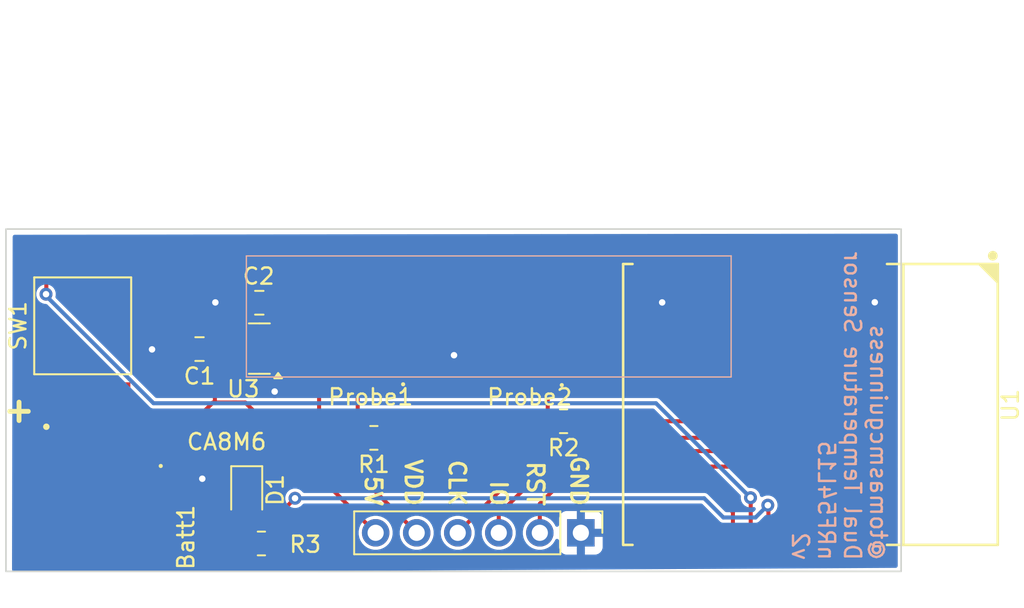
<source format=kicad_pcb>
(kicad_pcb (version 20241229) (generator "pcbnew") (generator_version "9.0")
  (title_block (title "Matter nRF54L15 Dual Temperature Sensor") (rev "2") (company "Cold Bear Ltd") (comment 4 "AISLER Project ID: CJCXXZRD"))
  (layers (0 "F.Cu" signal) (2 "B.Cu" signal) (13 "F.Paste" user) (15 "B.Paste" user) (5 "F.SilkS" user "F.Silkscreen") (7 "B.SilkS" user "B.Silkscreen") (1 "F.Mask" user) (3 "B.Mask" user) (25 "Edge.Cuts" user))
  (net 0 "")
  (net 1 "GND")
  (net 18 "Net-(D1-A)")
  (net 19 "Net-(Probe1-Pin_2)")
  (net 20 "Net-(U1-P1.09)")
  (net 21 "Net-(U1-P1.10)")
  (net 22 "Net-(U1-P2.10)")
  (net 23 "Net-(Batt1-Pin_1)")
  (net 24 "Net-(J2-Pin_2)")
  (net 25 "Net-(J2-Pin_4)")
  (net 26 "Net-(J2-Pin_5)")
  (net 27 "Net-(J2-Pin_3)")
  (net 29 "Net-(U1-P2.09)")
  (net 31 "Net-(Probe2-Pin_1)")
  (footprint "S2B-PH-SM4-TB:JST_S2B-PH-SM4-TB" (layer "F.Cu") (at 71.55 63.44)
    (property "Reference" "Probe2" (at -0.09 2.34 0) (layer "F.SilkS") (effects (font (size 1.001386 1.001386))))
    (property "Value" "Conn_01x02")
    (fp_circle (center 1.9 1.6) (end 2.027 1.6) (fill yes) (layer "F.SilkS"))
    (pad "1" smd rect (at 1 0) (size 1 3.5) (layers "F.Cu" "F.Mask" "F.Paste") (net 31 "Net-(Probe2-Pin_1)"))
    (pad "2" smd rect (at -1 0) (size 1 3.5) (layers "F.Cu" "F.Mask" "F.Paste") (net 1 "GND"))
    (pad "P1" smd rect (at 3.35 -5.75) (size 1.5 3.4) (layers "F.Cu" "F.Mask" "F.Paste"))
    (pad "P2" smd rect (at -3.35 -5.75) (size 1.5 3.4) (layers "F.Cu" "F.Mask" "F.Paste"))
  )
  (footprint "ME54BS01-1Y15TI:ME54BS01_V1.0" (layer "F.Cu") (at 85.69 66.34 -90)
    (property "Reference" "U1" (at -0.05497 -15.524 90) (layer "F.SilkS"))
    (property "Value" "ME54BS01_V1.0")
    (fp_line (start -8.8 8.444) (end 8.599 8.444) (stroke (width 0.16)) (layer "F.SilkS"))
    (fp_line (start -8.8 8.444) (end -8.8 7.862) (stroke (width 0.16)) (layer "F.SilkS"))
    (fp_line (start 8.599 8.434) (end 8.599 7.862) (stroke (width 0.16)) (layer "F.SilkS"))
    (fp_line (start -8.8 -7.886) (end -8.8 -14.744) (stroke (width 0.16)) (layer "F.SilkS"))
    (fp_line (start 8.599 -7.886) (end 8.599 -14.744) (stroke (width 0.16)) (layer "F.SilkS"))
    (fp_line (start -8.8 -8.902) (end 8.599 -8.902) (stroke (width 0.16)) (layer "F.SilkS"))
    (fp_line (start -8.8 -14.744) (end 8.599 -14.744) (stroke (width 0.16)) (layer "F.SilkS"))
    (fp_circle (center -9.30994 -14.434) (end -9.30994 -14.584) (stroke (width 0.3)) (fill no) (layer "F.SilkS"))
    (fp_poly (pts (xy -8.80497 -13.99897) (xy -8.80497 -14.77902) (xy -8.76996 -14.77902) (xy -8.74496 -14.77897) (xy -7.50498 -14.77897) (xy -8.80486 -13.47908)) (fill yes) (layer "F.SilkS"))
    (pad "1" smd oval (at -8.6 -7.124 270) (size 1.8 0.8) (layers "F.Cu" "F.Mask" "F.Paste") (net 1 "GND"))
    (pad "2" smd oval (at -8.6 -6.028 270) (size 1.8 0.8) (layers "F.Cu" "F.Mask" "F.Paste") (net 20 "Net-(U1-P1.09)"))
    (pad "3" smd oval (at -8.6 -4.932 270) (size 1.8 0.8) (layers "F.Cu" "F.Mask" "F.Paste") (net 21 "Net-(U1-P1.10)"))
    (pad "4" smd oval (at -8.6 -3.836 270) (size 1.8 0.8) (layers "F.Cu" "F.Mask" "F.Paste") (net 31 "Net-(Probe2-Pin_1)"))
    (pad "5" smd oval (at -8.6 -2.74 270) (size 1.8 0.8) (layers "F.Cu" "F.Mask" "F.Paste") (net 19 "Net-(Probe1-Pin_2)"))
    (pad "6" smd oval (at -8.6 -1.644 270) (size 1.8 0.8) (layers "F.Cu" "F.Mask" "F.Paste"))
    (pad "7" smd oval (at -8.6 -0.548 270) (size 1.8 0.8) (layers "F.Cu" "F.Mask" "F.Paste"))
    (pad "8" smd oval (at -8.6 0.548 270) (size 1.8 0.8) (layers "F.Cu" "F.Mask" "F.Paste"))
    (pad "9" smd oval (at -8.6 1.644 270) (size 1.8 0.8) (layers "F.Cu" "F.Mask" "F.Paste"))
    (pad "10" smd oval (at -8.6 2.74 270) (size 1.8 0.8) (layers "F.Cu" "F.Mask" "F.Paste"))
    (pad "11" smd oval (at -8.6 3.836 270) (size 1.8 0.8) (layers "F.Cu" "F.Mask" "F.Paste"))
    (pad "12" smd oval (at -8.6 4.932 270) (size 1.8 0.8) (layers "F.Cu" "F.Mask" "F.Paste"))
    (pad "13" smd oval (at -8.6 6.028 270) (size 1.8 0.8) (layers "F.Cu" "F.Mask" "F.Paste") (net 1 "GND"))
    (pad "14" smd oval (at -8.6 7.124 270) (size 1.8 0.8) (layers "F.Cu" "F.Mask" "F.Paste") (net 26 "Net-(J2-Pin_5)"))
    (pad "15" smd oval (at 8.6 7.124 270) (size 1.8 0.8) (layers "F.Cu" "F.Mask" "F.Paste"))
    (pad "16" smd oval (at 8.6 6.028 270) (size 1.8 0.8) (layers "F.Cu" "F.Mask" "F.Paste"))
    (pad "17" smd oval (at 8.6 4.932 270) (size 1.8 0.8) (layers "F.Cu" "F.Mask" "F.Paste"))
    (pad "18" smd oval (at 8.6 3.836 270) (size 1.8 0.8) (layers "F.Cu" "F.Mask" "F.Paste"))
    (pad "19" smd oval (at 8.6 2.74 270) (size 1.8 0.8) (layers "F.Cu" "F.Mask" "F.Paste"))
    (pad "20" smd oval (at 8.6 1.644 270) (size 1.8 0.8) (layers "F.Cu" "F.Mask" "F.Paste") (net 24 "Net-(J2-Pin_2)"))
    (pad "21" smd oval (at 8.6 0.548 270) (size 1.8 0.8) (layers "F.Cu" "F.Mask" "F.Paste") (net 29 "Net-(U1-P2.09)"))
    (pad "22" smd oval (at 8.6 -0.548 270) (size 1.8 0.8) (layers "F.Cu" "F.Mask" "F.Paste") (net 22 "Net-(U1-P2.10)"))
    (pad "23" smd oval (at 8.6 -1.644 270) (size 1.8 0.8) (layers "F.Cu" "F.Mask" "F.Paste"))
    (pad "24" smd oval (at 8.6 -2.74 270) (size 1.8 0.8) (layers "F.Cu" "F.Mask" "F.Paste"))
    (pad "25" smd oval (at 8.6 -3.836 270) (size 1.8 0.8) (layers "F.Cu" "F.Mask" "F.Paste") (net 27 "Net-(J2-Pin_3)"))
    (pad "26" smd oval (at 8.6 -4.932 270) (size 1.8 0.8) (layers "F.Cu" "F.Mask" "F.Paste") (net 25 "Net-(J2-Pin_4)"))
    (pad "27" smd oval (at 8.6 -6.028 270) (size 1.8 0.8) (layers "F.Cu" "F.Mask" "F.Paste"))
    (pad "28" smd oval (at 8.6 -7.124 270) (size 1.8 0.8) (layers "F.Cu" "F.Mask" "F.Paste"))
  )
  (footprint "S2B-PH-SM4-TB:JST_S2B-PH-SM4-TB" (layer "F.Cu") (at 61.73 63.39)
    (property "Reference" "Probe1" (at -0.11 2.39 0) (layer "F.SilkS") (effects (font (size 1.001386 1.001386))))
    (property "Value" "Conn_01x02")
    (fp_circle (center 1.9 1.6) (end 2.027 1.6) (fill yes) (layer "F.SilkS"))
    (pad "1" smd rect (at 1 0) (size 1 3.5) (layers "F.Cu" "F.Mask" "F.Paste") (net 1 "GND"))
    (pad "2" smd rect (at -1 0) (size 1 3.5) (layers "F.Cu" "F.Mask" "F.Paste") (net 19 "Net-(Probe1-Pin_2)"))
    (pad "P1" smd rect (at 3.35 -5.75) (size 1.5 3.4) (layers "F.Cu" "F.Mask" "F.Paste"))
    (pad "P2" smd rect (at -3.35 -5.75) (size 1.5 3.4) (layers "F.Cu" "F.Mask" "F.Paste"))
  )
  (footprint "Resistor_SMD:R_0805_2012Metric_Pad1.20x1.40mm_HandSolder" (layer "F.Cu") (at 61.82 68.31 180)
    (property "Reference" "R1" (at 0 -1.65 0) (layer "F.SilkS"))
    (property "Value" "10K")
    (fp_line (start -0.227064 0.735) (end 0.227064 0.735) (stroke (width 0.12)) (layer "F.SilkS"))
    (fp_line (start -0.227064 -0.735) (end 0.227064 -0.735) (stroke (width 0.12)) (layer "F.SilkS"))
    (pad "1" smd roundrect (at -1 0 180) (size 1.2 1.4) (layers "F.Cu" "F.Mask" "F.Paste") (roundrect_rratio 0.208333) (net 20 "Net-(U1-P1.09)"))
    (pad "2" smd roundrect (at 1 0 180) (size 1.2 1.4) (layers "F.Cu" "F.Mask" "F.Paste") (roundrect_rratio 0.208333) (net 19 "Net-(Probe1-Pin_2)"))
  )
  (footprint "Resistor_SMD:R_0805_2012Metric_Pad1.20x1.40mm_HandSolder" (layer "F.Cu") (at 73.56 67.28 180)
    (property "Reference" "R2" (at 0 -1.65 0) (layer "F.SilkS"))
    (property "Value" "10K" (hide yes))
    (fp_line (start -0.227064 0.735) (end 0.227064 0.735) (stroke (width 0.12)) (layer "F.SilkS"))
    (fp_line (start -0.227064 -0.735) (end 0.227064 -0.735) (stroke (width 0.12)) (layer "F.SilkS"))
    (pad "1" smd roundrect (at -1 0 180) (size 1.2 1.4) (layers "F.Cu" "F.Mask" "F.Paste") (roundrect_rratio 0.208333) (net 21 "Net-(U1-P1.10)"))
    (pad "2" smd roundrect (at 1 0 180) (size 1.2 1.4) (layers "F.Cu" "F.Mask" "F.Paste") (roundrect_rratio 0.208333) (net 31 "Net-(Probe2-Pin_1)"))
  )
  (footprint "Connector_PinHeader_2.54mm:PinHeader_1x06_P2.54mm_Vertical" (layer "F.Cu") (at 74.63 74.19 -90)
    (property "Reference" "J2" (hide yes))
    (property "Value" "Conn_01x06")
    (fp_line (start -1.33 14.03) (end 1.33 14.03) (stroke (width 0.12)) (layer "F.SilkS"))
    (fp_line (start -1.33 1.27) (end -1.33 14.03) (stroke (width 0.12)) (layer "F.SilkS"))
    (fp_line (start -1.33 1.27) (end 1.33 1.27) (stroke (width 0.12)) (layer "F.SilkS"))
    (fp_line (start 1.33 1.27) (end 1.33 14.03) (stroke (width 0.12)) (layer "F.SilkS"))
    (fp_line (start -1.33 0) (end -1.33 -1.33) (stroke (width 0.12)) (layer "F.SilkS"))
    (fp_line (start -1.33 -1.33) (end 0 -1.33) (stroke (width 0.12)) (layer "F.SilkS"))
    (pad "1" thru_hole rect (at 0 0 270) (size 1.7 1.7) (drill 1) (layers "*.Cu" "*.Mask") (net 1 "GND"))
    (pad "2" thru_hole oval (at 0 2.54 270) (size 1.7 1.7) (drill 1) (layers "*.Cu" "*.Mask") (net 24 "Net-(J2-Pin_2)"))
    (pad "3" thru_hole oval (at 0 5.08 270) (size 1.7 1.7) (drill 1) (layers "*.Cu" "*.Mask") (net 27 "Net-(J2-Pin_3)"))
    (pad "4" thru_hole oval (at 0 7.62 270) (size 1.7 1.7) (drill 1) (layers "*.Cu" "*.Mask") (net 25 "Net-(J2-Pin_4)"))
    (pad "5" thru_hole oval (at 0 10.16 270) (size 1.7 1.7) (drill 1) (layers "*.Cu" "*.Mask") (net 26 "Net-(J2-Pin_5)"))
    (pad "6" thru_hole oval (at 0 12.7 270) (size 1.7 1.7) (drill 1) (layers "*.Cu" "*.Mask") (net 23 "Net-(Batt1-Pin_1)"))
  )
  (footprint "TS04-66-43-BK-100-SMT:SW_TS04-66-43-BK-100-SMT" (layer "F.Cu") (at 43.8 61.37 90)
    (property "Reference" "SW1" (at 0 -4 90) (layer "F.SilkS"))
    (property "Value" "TS04-66-43-BK-100-SMT")
    (fp_line (start 3 -3) (end -3 -3) (stroke (width 0.127)) (layer "F.SilkS"))
    (fp_line (start -3 -3) (end -3 3) (stroke (width 0.127)) (layer "F.SilkS"))
    (fp_line (start 3 3) (end 3 -3) (stroke (width 0.127)) (layer "F.SilkS"))
    (fp_line (start -3 3) (end 3 3) (stroke (width 0.127)) (layer "F.SilkS"))
    (fp_circle (center -6.25 -2.25) (end -6.15 -2.25) (stroke (width 0.2)) (fill no) (layer "F.SilkS"))
    (pad "1" smd rect (at -4.55 -2.25 90) (size 2.1 1.4) (layers "F.Cu" "F.Mask" "F.Paste"))
    (pad "2" smd rect (at -4.55 2.25 90) (size 2.1 1.4) (layers "F.Cu" "F.Mask" "F.Paste"))
    (pad "3" smd rect (at 4.55 -2.25 90) (size 2.1 1.4) (layers "F.Cu" "F.Mask" "F.Paste") (net 29 "Net-(U1-P2.09)"))
    (pad "4" smd rect (at 4.55 2.25 90) (size 2.1 1.4) (layers "F.Cu" "F.Mask" "F.Paste") (net 26 "Net-(J2-Pin_5)"))
  )
  (footprint "Resistor_SMD:R_0805_2012Metric" (layer "F.Cu") (at 54.86 74.85 180)
    (property "Reference" "R3" (at -2.71 -0.06 0) (layer "F.SilkS"))
    (property "Value" "50")
    (fp_line (start -0.227064 0.735) (end 0.227064 0.735) (stroke (width 0.12)) (layer "F.SilkS"))
    (fp_line (start -0.227064 -0.735) (end 0.227064 -0.735) (stroke (width 0.12)) (layer "F.SilkS"))
    (pad "1" smd roundrect (at -0.9125 0 180) (size 1.025 1.4) (layers "F.Cu" "F.Mask" "F.Paste") (roundrect_rratio 0.243902) (net 22 "Net-(U1-P2.10)"))
    (pad "2" smd roundrect (at 0.9125 0 180) (size 1.025 1.4) (layers "F.Cu" "F.Mask" "F.Paste") (roundrect_rratio 0.243902) (net 18 "Net-(D1-A)"))
  )
  (footprint "Capacitor_SMD:C_0805_2012Metric" (layer "F.Cu") (at 51.03 62.81 180)
    (property "Reference" "C1" (at 0 -1.68 0) (layer "F.SilkS"))
    (property "Value" "1µF")
    (fp_line (start -0.261252 0.735) (end 0.261252 0.735) (stroke (width 0.12)) (layer "F.SilkS"))
    (fp_line (start -0.261252 -0.735) (end 0.261252 -0.735) (stroke (width 0.12)) (layer "F.SilkS"))
    (pad "1" smd roundrect (at -0.95 0 180) (size 1 1.45) (layers "F.Cu" "F.Mask" "F.Paste") (net 23 "Net-(Batt1-Pin_1)"))
    (pad "2" smd roundrect (at 0.95 0 180) (size 1 1.45) (layers "F.Cu" "F.Mask" "F.Paste") (net 1 "GND"))
  )
  (footprint "Package_TO_SOT_SMD:SOT-23" (layer "F.Cu") (at 54.7325 62.78 180)
    (property "Reference" "U3" (at 0.9925 -2.5 0) (layer "F.SilkS"))
    (property "Value" "MCP1700x-330xxTT")
    (fp_line (start 0 1.56) (end 0.65 1.56) (stroke (width 0.12)) (layer "F.SilkS"))
    (fp_line (start 0 1.56) (end -0.65 1.56) (stroke (width 0.12)) (layer "F.SilkS"))
    (fp_line (start 0 -1.56) (end 0.65 -1.56) (stroke (width 0.12)) (layer "F.SilkS"))
    (fp_line (start 0 -1.56) (end -0.65 -1.56) (stroke (width 0.12)) (layer "F.SilkS"))
    (fp_poly (pts (xy -1.1625 -1.51) (xy -1.4025 -1.84) (xy -0.9225 -1.84) (xy -1.1625 -1.51)) (stroke (width 0.12)) (fill yes) (layer "F.SilkS"))
    (pad "1" smd roundrect (at -0.9375 -0.95 180) (size 1.475 0.6) (layers "F.Cu" "F.Mask" "F.Paste") (net 1 "GND"))
    (pad "2" smd roundrect (at -0.9375 0.95 180) (size 1.475 0.6) (layers "F.Cu" "F.Mask" "F.Paste") (net 26 "Net-(J2-Pin_5)"))
    (pad "3" smd roundrect (at 0.9375 0 180) (size 1.475 0.6) (layers "F.Cu" "F.Mask" "F.Paste") (net 23 "Net-(Batt1-Pin_1)"))
  )
  (footprint "S2B-PH-SM4-TB:JST_S2B-PH-SM4-TB" (layer "F.Cu") (at 47.03 71.95 90)
    (property "Reference" "Batt1" (at -2.52 3.16 90) (layer "F.SilkS") (effects (font (size 1.001386 1.001386))))
    (property "Value" "Conn_01x02")
    (fp_circle (center 1.9 1.6) (end 2.027 1.6) (fill yes) (layer "F.SilkS"))
    (pad "1" smd rect (at 1 0 90) (size 1 3.5) (layers "F.Cu" "F.Mask" "F.Paste") (net 23 "Net-(Batt1-Pin_1)"))
    (pad "2" smd rect (at -1 0 90) (size 1 3.5) (layers "F.Cu" "F.Mask" "F.Paste") (net 1 "GND"))
    (pad "P1" smd rect (at 3.35 -5.75 90) (size 1.5 3.4) (layers "F.Cu" "F.Mask" "F.Paste"))
    (pad "P2" smd rect (at -3.35 -5.75 90) (size 1.5 3.4) (layers "F.Cu" "F.Mask" "F.Paste"))
  )
  (footprint "LED_SMD:LED_0805_2012Metric" (layer "F.Cu") (at 53.95 71.75 -90)
    (property "Reference" "D1" (at -0.21 -1.77 90) (layer "F.SilkS"))
    (property "Value" "LED")
    (fp_line (start -1.685 0.96) (end 1 0.96) (stroke (width 0.12)) (layer "F.SilkS"))
    (fp_line (start -1.685 -0.96) (end -1.685 0.96) (stroke (width 0.12)) (layer "F.SilkS"))
    (fp_line (start 1 -0.96) (end -1.685 -0.96) (stroke (width 0.12)) (layer "F.SilkS"))
    (pad "1" smd roundrect (at -0.9375 0 270) (size 0.975 1.4) (layers "F.Cu" "F.Mask" "F.Paste") (net 1 "GND"))
    (pad "2" smd roundrect (at 0.9375 0 270) (size 0.975 1.4) (layers "F.Cu" "F.Mask" "F.Paste") (net 18 "Net-(D1-A)"))
  )
  (footprint "Capacitor_SMD:C_0805_2012Metric" (layer "F.Cu") (at 54.73 59.94 180)
    (property "Reference" "C2" (at 0.04 1.64 0) (layer "F.SilkS"))
    (property "Value" "1µF")
    (fp_line (start -0.261252 0.735) (end 0.261252 0.735) (stroke (width 0.12)) (layer "F.SilkS"))
    (fp_line (start -0.261252 -0.735) (end 0.261252 -0.735) (stroke (width 0.12)) (layer "F.SilkS"))
    (pad "1" smd roundrect (at -0.95 0 180) (size 1 1.45) (layers "F.Cu" "F.Mask" "F.Paste") (net 26 "Net-(J2-Pin_5)"))
    (pad "2" smd roundrect (at 0.95 0 180) (size 1 1.45) (layers "F.Cu" "F.Mask" "F.Paste") (net 1 "GND"))
  )
  (gr_line (start 83.93 57.04) (end 53.93 57.04) (stroke (width 0.08382)) (layer "B.SilkS"))
  (gr_line (start 53.93 64.54) (end 83.929999 64.54) (stroke (width 0.08382)) (layer "B.SilkS"))
  (gr_line (start 53.93 57.04) (end 53.93 64.54) (stroke (width 0.08382)) (layer "B.SilkS"))
  (gr_line (start 83.93 64.53) (end 83.93 57.03) (stroke (width 0.08382)) (layer "B.SilkS"))
  (gr_rect (start 39.05 55.375) (end 94.45 76.58) (stroke (width 0.1)) (fill no) (layer "Edge.Cuts"))
  (gr_text "IO" (at 68.96 70.85381 270) (layer "F.SilkS") (effects (font (size 1 1) (thickness 0.1875)) (justify left bottom)))
  (gr_text "+" (at 39.09 65.54 270) (layer "F.SilkS") (effects (font (size 1.5 1.5) (thickness 0.3) (bold yes)) (justify left bottom)))
  (gr_text "CA8M6" (at 55.26 69.14 0) (layer "F.SilkS") (effects (font (size 1 1)) (justify right bottom)))
  (gr_text "VDD" (at 63.68 69.520476 270) (layer "F.SilkS") (effects (font (size 1 1) (thickness 0.1875)) (justify left bottom)))
  (gr_text "CLK" (at 66.39 69.568095 270) (layer "F.SilkS") (effects (font (size 1 1) (thickness 0.1875)) (justify left bottom)))
  (gr_text "RST" (at 71.23 69.663333 270) (layer "F.SilkS") (effects (font (size 1 1) (thickness 0.1875)) (justify left bottom)))
  (gr_text "GND" (at 73.93 69.33 270) (layer "F.SilkS") (effects (font (size 1 1) (thickness 0.1875)) (justify left bottom)))
  (gr_text "5V" (at 61.2 70.568095 270) (layer "F.SilkS") (effects (font (size 1 1) (thickness 0.1875)) (justify left bottom)))
  (gr_text "@tomasmcguinness\nDual Temperature Sensor \nnRF54L15\nv${REVISION}" (at 87.63 75.98 270) (layer "B.SilkS") (effects (font (size 1 1)) (justify left bottom mirror)))
  (segment (start 50.08 62.81) (end 48.11 62.81) (width 0.25) (layer "F.Cu") (net 1))
  (segment (start 92.814 59.904) (end 92.82 59.91) (width 0.25) (layer "F.Cu") (net 1))
  (segment (start 92.814 57.74) (end 92.814 59.904) (width 0.25) (layer "F.Cu") (net 1))
  (segment (start 70.58 63.16) (end 66.81 63.16) (width 0.25) (layer "F.Cu") (net 1))
  (segment (start 49.2 72.84) (end 51.2 70.84) (width 0.25) (layer "F.Cu") (net 1))
  (segment (start 51.2275 70.8125) (end 51.2 70.84) (width 0.25) (layer "F.Cu") (net 1))
  (segment (start 66.75 63.16) (end 66.78 63.19) (width 0.25) (layer "F.Cu") (net 1))
  (segment (start 53.95 70.8125) (end 51.2275 70.8125) (width 0.25) (layer "F.Cu") (net 1))
  (segment (start 55.67 63.73) (end 55.67 65.43) (width 0.25) (layer "F.Cu") (net 1))
  (segment (start 79.662 59.92) (end 79.662 57.74) (width 0.25) (layer "F.Cu") (net 1))
  (segment (start 47.26 72.84) (end 49.2 72.84) (width 0.25) (layer "F.Cu") (net 1))
  (segment (start 66.81 63.16) (end 66.78 63.19) (width 0.25) (layer "F.Cu") (net 1))
  (segment (start 48.11 62.81) (end 48.09 62.83) (width 0.25) (layer "F.Cu") (net 1))
  (segment (start 55.67 65.43) (end 55.68 65.44) (width 0.25) (layer "F.Cu") (net 1))
  (segment (start 62.77 63.16) (end 66.75 63.16) (width 0.25) (layer "F.Cu") (net 1))
  (segment (start 52.01 59.92) (end 53.76 59.92) (width 0.25) (layer "F.Cu") (net 1))
  (segment (start 53.76 59.92) (end 53.78 59.94) (width 0.25) (layer "F.Cu") (net 1))
  (via (at 48.09 62.83) (size 0.8) (drill 0.4) (layers "F.Cu" "B.Cu") (net 1))
  (via (at 55.68 65.44) (size 0.8) (drill 0.4) (layers "F.Cu" "B.Cu") (net 1))
  (via (at 51.2 70.84) (size 0.8) (drill 0.4) (layers "F.Cu" "B.Cu") (net 1))
  (via (at 66.78 63.19) (size 0.8) (drill 0.4) (layers "F.Cu" "B.Cu") (net 1))
  (via (at 92.82 59.91) (size 0.8) (drill 0.4) (layers "F.Cu" "B.Cu") (net 1))
  (via (at 52.01 59.92) (size 0.8) (drill 0.4) (layers "F.Cu" "B.Cu") (net 1))
  (via (at 79.662 59.92) (size 0.8) (drill 0.4) (layers "F.Cu" "B.Cu") (net 1))
  (segment (start 53.95 72.6875) (end 53.95 74.8475) (width 0.25) (layer "F.Cu") (net 18))
  (segment (start 53.95 74.8475) (end 53.9475 74.85) (width 0.25) (layer "F.Cu") (net 18))
  (segment (start 60.77 63.16) (end 60.82 63.21) (width 0.25) (layer "F.Cu") (net 19))
  (segment (start 60.77 61.41) (end 60.77 63.16) (width 0.25) (layer "F.Cu") (net 19))
  (segment (start 60.82 63.21) (end 60.82 68.31) (width 0.25) (layer "F.Cu") (net 19))
  (segment (start 88.43 57.74) (end 88.49 57.8) (width 0.25) (layer "F.Cu") (net 19))
  (segment (start 86.9 60.77) (end 61.41 60.77) (width 0.25) (layer "F.Cu") (net 19))
  (segment (start 88.49 59.18) (end 86.9 60.77) (width 0.25) (layer "F.Cu") (net 19))
  (segment (start 61.41 60.77) (end 60.77 61.41) (width 0.25) (layer "F.Cu") (net 19))
  (segment (start 88.49 57.8) (end 88.49 59.18) (width 0.25) (layer "F.Cu") (net 19))
  (segment (start 83.934 68.306) (end 64.27 68.306) (width 0.25) (layer "F.Cu") (net 20))
  (segment (start 64.266 68.31) (end 64.27 68.306) (width 0.25) (layer "F.Cu") (net 20))
  (segment (start 91.718 60.522) (end 83.934 68.306) (width 0.25) (layer "F.Cu") (net 20))
  (segment (start 62.82 68.31) (end 64.266 68.31) (width 0.25) (layer "F.Cu") (net 20))
  (segment (start 91.718 57.74) (end 91.718 60.522) (width 0.25) (layer "F.Cu") (net 20))
  (segment (start 83.85 67.28) (end 90.622 60.508) (width 0.25) (layer "F.Cu") (net 21))
  (segment (start 90.622 60.508) (end 90.622 57.74) (width 0.25) (layer "F.Cu") (net 21))
  (segment (start 74.56 67.28) (end 83.85 67.28) (width 0.25) (layer "F.Cu") (net 21))
  (segment (start 55.78 73.21) (end 55.78 74.8425) (width 0.25) (layer "F.Cu") (net 22))
  (segment (start 56.94 72.05) (end 55.78 73.21) (width 0.25) (layer "F.Cu") (net 22))
  (segment (start 55.78 74.8425) (end 55.7725 74.85) (width 0.25) (layer "F.Cu") (net 22))
  (segment (start 86.238 72.518) (end 86.238 74.94) (width 0.25) (layer "F.Cu") (net 22))
  (segment (start 86.2 72.48) (end 86.238 72.518) (width 0.25) (layer "F.Cu") (net 22))
  (via (at 86.2 72.48) (size 0.8) (drill 0.4) (layers "F.Cu" "B.Cu") (net 22))
  (via (at 56.94 72.05) (size 0.8) (drill 0.4) (layers "F.Cu" "B.Cu") (net 22))
  (segment (start 82.26 72.05) (end 83.45 73.24) (width 0.25) (layer "B.Cu") (net 22))
  (segment (start 85.44 73.24) (end 86.2 72.48) (width 0.25) (layer "B.Cu") (net 22))
  (segment (start 83.45 73.24) (end 85.44 73.24) (width 0.25) (layer "B.Cu") (net 22))
  (segment (start 56.94 72.05) (end 82.26 72.05) (width 0.25) (layer "B.Cu") (net 22))
  (segment (start 51.98 66.12) (end 53.86 66.12) (width 0.25) (layer "F.Cu") (net 23))
  (segment (start 53.86 66.12) (end 61.93 74.19) (width 0.25) (layer "F.Cu") (net 23))
  (segment (start 51.86 66.12) (end 51.98 66.12) (width 0.25) (layer "F.Cu") (net 23))
  (segment (start 53.765 62.81) (end 53.795 62.78) (width 0.25) (layer "F.Cu") (net 23))
  (segment (start 47.03 70.95) (end 51.86 66.12) (width 0.25) (layer "F.Cu") (net 23))
  (segment (start 51.98 62.81) (end 53.765 62.81) (width 0.25) (layer "F.Cu") (net 23))
  (segment (start 51.98 66.12) (end 51.98 62.81) (width 0.25) (layer "F.Cu") (net 23))
  (segment (start 84.046 74.44) (end 84.04 74.434) (width 0.25) (layer "F.Cu") (net 24))
  (segment (start 84.04 72.91) (end 82.1 70.97) (width 0.25) (layer "F.Cu") (net 24))
  (segment (start 84.046 74.94) (end 84.046 74.44) (width 0.25) (layer "F.Cu") (net 24))
  (segment (start 72.09 72.39) (end 72.09 74.19) (width 0.25) (layer "F.Cu") (net 24))
  (segment (start 73.51 70.97) (end 72.09 72.39) (width 0.25) (layer "F.Cu") (net 24))
  (segment (start 84.04 74.434) (end 84.04 72.91) (width 0.25) (layer "F.Cu") (net 24))
  (segment (start 82.1 70.97) (end 73.51 70.97) (width 0.25) (layer "F.Cu") (net 24))
  (segment (start 86.94 69.13) (end 72.07 69.13) (width 0.25) (layer "F.Cu") (net 25))
  (segment (start 90.622 74.94) (end 90.622 72.812) (width 0.25) (layer "F.Cu") (net 25))
  (segment (start 90.622 72.812) (end 86.94 69.13) (width 0.25) (layer "F.Cu") (net 25))
  (segment (start 72.07 69.13) (end 67.01 74.19) (width 0.25) (layer "F.Cu") (net 25))
  (segment (start 58.43 64.59) (end 58.43 68.15) (width 0.25) (layer "F.Cu") (net 26))
  (segment (start 76.366 59.94) (end 78.566 57.74) (width 0.25) (layer "F.Cu") (net 26))
  (segment (start 55.68 59.94) (end 55.68 61.82) (width 0.25) (layer "F.Cu") (net 26))
  (segment (start 55.68 59.94) (end 76.366 59.94) (width 0.25) (layer "F.Cu") (net 26))
  (segment (start 46.05 56.82) (end 54.1 56.82) (width 0.25) (layer "F.Cu") (net 26))
  (segment (start 55.68 61.82) (end 55.67 61.83) (width 0.25) (layer "F.Cu") (net 26))
  (segment (start 55.68 58.4) (end 55.68 59.94) (width 0.25) (layer "F.Cu") (net 26))
  (segment (start 55.67 61.83) (end 58.43 64.59) (width 0.25) (layer "F.Cu") (net 26))
  (segment (start 58.43 68.15) (end 64.47 74.19) (width 0.25) (layer "F.Cu") (net 26))
  (segment (start 54.1 56.82) (end 55.68 58.4) (width 0.25) (layer "F.Cu") (net 26))
  (segment (start 69.55 73.05) (end 69.55 74.19) (width 0.25) (layer "F.Cu") (net 27))
  (segment (start 89.526 72.996) (end 86.62 70.09) (width 0.25) (layer "F.Cu") (net 27))
  (segment (start 89.526 74.94) (end 89.526 74.44) (width 0.25) (layer "F.Cu") (net 27))
  (segment (start 86.62 70.09) (end 72.51 70.09) (width 0.25) (layer "F.Cu") (net 27))
  (segment (start 72.51 70.09) (end 69.55 73.05) (width 0.25) (layer "F.Cu") (net 27))
  (segment (start 89.526 74.44) (end 89.436 74.53) (width 0.25) (layer "F.Cu") (net 27))
  (segment (start 89.526 74.94) (end 89.526 72.996) (width 0.25) (layer "F.Cu") (net 27))
  (segment (start 85.13 72.016) (end 85.142 72.028) (width 0.25) (layer "F.Cu") (net 29))
  (segment (start 41.55 59.39) (end 41.53 59.41) (width 0.25) (layer "F.Cu") (net 29))
  (segment (start 85.142 72.028) (end 85.142 74.94) (width 0.25) (layer "F.Cu") (net 29))
  (segment (start 41.55 56.82) (end 41.55 59.39) (width 0.25) (layer "F.Cu") (net 29))
  (via (at 41.53 59.41) (size 0.8) (drill 0.4) (layers "F.Cu" "B.Cu") (net 29))
  (via (at 85.13 72.016) (size 0.8) (drill 0.4) (layers "F.Cu" "B.Cu") (net 29))
  (segment (start 41.53 59.41) (end 41.53 59.51) (width 0.25) (layer "B.Cu") (net 29))
  (segment (start 48.186 66.166) (end 79.28 66.166) (width 0.25) (layer "B.Cu") (net 29))
  (segment (start 41.53 59.51) (end 48.186 66.166) (width 0.25) (layer "B.Cu") (net 29))
  (segment (start 79.28 66.166) (end 85.13 72.016) (width 0.25) (layer "B.Cu") (net 29))
  (segment (start 72.58 63.16) (end 86.32 63.16) (width 0.25) (layer "F.Cu") (net 31))
  (segment (start 86.32 63.16) (end 89.526 59.954) (width 0.25) (layer "F.Cu") (net 31))
  (segment (start 89.526 59.954) (end 89.526 57.74) (width 0.25) (layer "F.Cu") (net 31))
  (segment (start 72.58 66.6) (end 72.59 66.61) (width 0.25) (layer "F.Cu") (net 31))
  (segment (start 72.58 63.16) (end 72.58 66.6) (width 0.25) (layer "F.Cu") (net 31))
  (zone (net 1) (net_name "GND") (layer "B.Cu") (name "GND") (connect_pads (clearance 0)) (min_thickness 0.25) (fill yes (thermal_gap 0.5) (thermal_bridge_width 0.5))
    (polygon (pts (xy 94.25 55.66) (xy 94.24 76.36) (xy 39.425227 76.658076) (xy 39.465932 55.728396)))
  )
)
</source>
